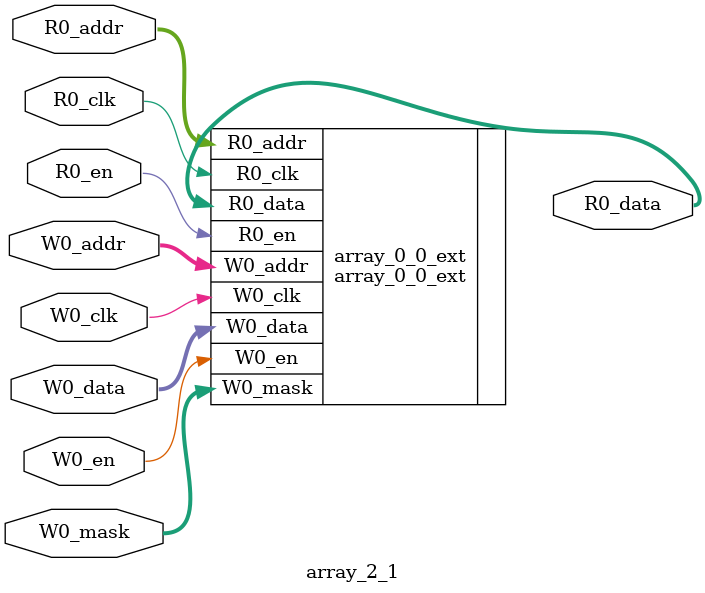
<source format=sv>
module array_2_1(	// @[generators/rocket-chip/src/main/scala/util/DescribedSRAM.scala:17:26]
  input  [7:0]   R0_addr,
  input          R0_en,
  input          R0_clk,
  output [127:0] R0_data,
  input  [7:0]   W0_addr,
  input          W0_en,
  input          W0_clk,
  input  [127:0] W0_data,
  input  [1:0]   W0_mask
);

  array_0_0_ext array_0_0_ext (	// @[generators/rocket-chip/src/main/scala/util/DescribedSRAM.scala:17:26]
    .R0_addr (R0_addr),
    .R0_en   (R0_en),
    .R0_clk  (R0_clk),
    .R0_data (R0_data),
    .W0_addr (W0_addr),
    .W0_en   (W0_en),
    .W0_clk  (W0_clk),
    .W0_data (W0_data),
    .W0_mask (W0_mask)
  );	// @[generators/rocket-chip/src/main/scala/util/DescribedSRAM.scala:17:26]
endmodule


</source>
